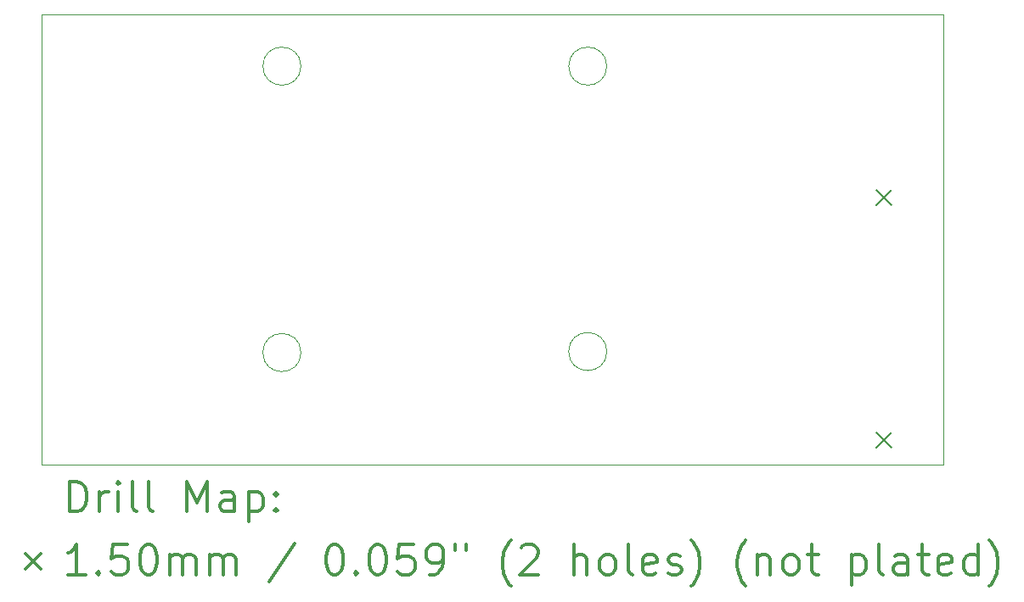
<source format=gbr>
%FSLAX45Y45*%
G04 Gerber Fmt 4.5, Leading zero omitted, Abs format (unit mm)*
G04 Created by KiCad (PCBNEW (5.1.0)-1) date 2020-03-21 00:26:59*
%MOMM*%
%LPD*%
G04 APERTURE LIST*
%ADD10C,0.050000*%
%ADD11C,0.200000*%
%ADD12C,0.300000*%
G04 APERTURE END LIST*
D10*
X19090000Y-4520000D02*
G75*
G03X19090000Y-4520000I-190000J0D01*
G01*
X19090000Y-7380000D02*
G75*
G03X19090000Y-7380000I-190000J0D01*
G01*
X22140000Y-7370000D02*
G75*
G03X22140000Y-7370000I-190000J0D01*
G01*
X22140000Y-4520000D02*
G75*
G03X22140000Y-4520000I-190000J0D01*
G01*
X16500000Y-8500000D02*
X16500000Y-4000000D01*
X25500000Y-8500000D02*
X16500000Y-8500000D01*
X25500000Y-4000000D02*
X25500000Y-8500000D01*
X16500000Y-4000000D02*
X25500000Y-4000000D01*
D11*
X24827700Y-5758000D02*
X24977700Y-5908000D01*
X24977700Y-5758000D02*
X24827700Y-5908000D01*
X24827700Y-8178000D02*
X24977700Y-8328000D01*
X24977700Y-8178000D02*
X24827700Y-8328000D01*
D12*
X16783928Y-8968214D02*
X16783928Y-8668214D01*
X16855357Y-8668214D01*
X16898214Y-8682500D01*
X16926786Y-8711072D01*
X16941071Y-8739643D01*
X16955357Y-8796786D01*
X16955357Y-8839643D01*
X16941071Y-8896786D01*
X16926786Y-8925357D01*
X16898214Y-8953929D01*
X16855357Y-8968214D01*
X16783928Y-8968214D01*
X17083928Y-8968214D02*
X17083928Y-8768214D01*
X17083928Y-8825357D02*
X17098214Y-8796786D01*
X17112500Y-8782500D01*
X17141071Y-8768214D01*
X17169643Y-8768214D01*
X17269643Y-8968214D02*
X17269643Y-8768214D01*
X17269643Y-8668214D02*
X17255357Y-8682500D01*
X17269643Y-8696786D01*
X17283928Y-8682500D01*
X17269643Y-8668214D01*
X17269643Y-8696786D01*
X17455357Y-8968214D02*
X17426786Y-8953929D01*
X17412500Y-8925357D01*
X17412500Y-8668214D01*
X17612500Y-8968214D02*
X17583928Y-8953929D01*
X17569643Y-8925357D01*
X17569643Y-8668214D01*
X17955357Y-8968214D02*
X17955357Y-8668214D01*
X18055357Y-8882500D01*
X18155357Y-8668214D01*
X18155357Y-8968214D01*
X18426786Y-8968214D02*
X18426786Y-8811072D01*
X18412500Y-8782500D01*
X18383928Y-8768214D01*
X18326786Y-8768214D01*
X18298214Y-8782500D01*
X18426786Y-8953929D02*
X18398214Y-8968214D01*
X18326786Y-8968214D01*
X18298214Y-8953929D01*
X18283928Y-8925357D01*
X18283928Y-8896786D01*
X18298214Y-8868214D01*
X18326786Y-8853929D01*
X18398214Y-8853929D01*
X18426786Y-8839643D01*
X18569643Y-8768214D02*
X18569643Y-9068214D01*
X18569643Y-8782500D02*
X18598214Y-8768214D01*
X18655357Y-8768214D01*
X18683928Y-8782500D01*
X18698214Y-8796786D01*
X18712500Y-8825357D01*
X18712500Y-8911072D01*
X18698214Y-8939643D01*
X18683928Y-8953929D01*
X18655357Y-8968214D01*
X18598214Y-8968214D01*
X18569643Y-8953929D01*
X18841071Y-8939643D02*
X18855357Y-8953929D01*
X18841071Y-8968214D01*
X18826786Y-8953929D01*
X18841071Y-8939643D01*
X18841071Y-8968214D01*
X18841071Y-8782500D02*
X18855357Y-8796786D01*
X18841071Y-8811072D01*
X18826786Y-8796786D01*
X18841071Y-8782500D01*
X18841071Y-8811072D01*
X16347500Y-9387500D02*
X16497500Y-9537500D01*
X16497500Y-9387500D02*
X16347500Y-9537500D01*
X16941071Y-9598214D02*
X16769643Y-9598214D01*
X16855357Y-9598214D02*
X16855357Y-9298214D01*
X16826786Y-9341072D01*
X16798214Y-9369643D01*
X16769643Y-9383929D01*
X17069643Y-9569643D02*
X17083928Y-9583929D01*
X17069643Y-9598214D01*
X17055357Y-9583929D01*
X17069643Y-9569643D01*
X17069643Y-9598214D01*
X17355357Y-9298214D02*
X17212500Y-9298214D01*
X17198214Y-9441072D01*
X17212500Y-9426786D01*
X17241071Y-9412500D01*
X17312500Y-9412500D01*
X17341071Y-9426786D01*
X17355357Y-9441072D01*
X17369643Y-9469643D01*
X17369643Y-9541072D01*
X17355357Y-9569643D01*
X17341071Y-9583929D01*
X17312500Y-9598214D01*
X17241071Y-9598214D01*
X17212500Y-9583929D01*
X17198214Y-9569643D01*
X17555357Y-9298214D02*
X17583928Y-9298214D01*
X17612500Y-9312500D01*
X17626786Y-9326786D01*
X17641071Y-9355357D01*
X17655357Y-9412500D01*
X17655357Y-9483929D01*
X17641071Y-9541072D01*
X17626786Y-9569643D01*
X17612500Y-9583929D01*
X17583928Y-9598214D01*
X17555357Y-9598214D01*
X17526786Y-9583929D01*
X17512500Y-9569643D01*
X17498214Y-9541072D01*
X17483928Y-9483929D01*
X17483928Y-9412500D01*
X17498214Y-9355357D01*
X17512500Y-9326786D01*
X17526786Y-9312500D01*
X17555357Y-9298214D01*
X17783928Y-9598214D02*
X17783928Y-9398214D01*
X17783928Y-9426786D02*
X17798214Y-9412500D01*
X17826786Y-9398214D01*
X17869643Y-9398214D01*
X17898214Y-9412500D01*
X17912500Y-9441072D01*
X17912500Y-9598214D01*
X17912500Y-9441072D02*
X17926786Y-9412500D01*
X17955357Y-9398214D01*
X17998214Y-9398214D01*
X18026786Y-9412500D01*
X18041071Y-9441072D01*
X18041071Y-9598214D01*
X18183928Y-9598214D02*
X18183928Y-9398214D01*
X18183928Y-9426786D02*
X18198214Y-9412500D01*
X18226786Y-9398214D01*
X18269643Y-9398214D01*
X18298214Y-9412500D01*
X18312500Y-9441072D01*
X18312500Y-9598214D01*
X18312500Y-9441072D02*
X18326786Y-9412500D01*
X18355357Y-9398214D01*
X18398214Y-9398214D01*
X18426786Y-9412500D01*
X18441071Y-9441072D01*
X18441071Y-9598214D01*
X19026786Y-9283929D02*
X18769643Y-9669643D01*
X19412500Y-9298214D02*
X19441071Y-9298214D01*
X19469643Y-9312500D01*
X19483928Y-9326786D01*
X19498214Y-9355357D01*
X19512500Y-9412500D01*
X19512500Y-9483929D01*
X19498214Y-9541072D01*
X19483928Y-9569643D01*
X19469643Y-9583929D01*
X19441071Y-9598214D01*
X19412500Y-9598214D01*
X19383928Y-9583929D01*
X19369643Y-9569643D01*
X19355357Y-9541072D01*
X19341071Y-9483929D01*
X19341071Y-9412500D01*
X19355357Y-9355357D01*
X19369643Y-9326786D01*
X19383928Y-9312500D01*
X19412500Y-9298214D01*
X19641071Y-9569643D02*
X19655357Y-9583929D01*
X19641071Y-9598214D01*
X19626786Y-9583929D01*
X19641071Y-9569643D01*
X19641071Y-9598214D01*
X19841071Y-9298214D02*
X19869643Y-9298214D01*
X19898214Y-9312500D01*
X19912500Y-9326786D01*
X19926786Y-9355357D01*
X19941071Y-9412500D01*
X19941071Y-9483929D01*
X19926786Y-9541072D01*
X19912500Y-9569643D01*
X19898214Y-9583929D01*
X19869643Y-9598214D01*
X19841071Y-9598214D01*
X19812500Y-9583929D01*
X19798214Y-9569643D01*
X19783928Y-9541072D01*
X19769643Y-9483929D01*
X19769643Y-9412500D01*
X19783928Y-9355357D01*
X19798214Y-9326786D01*
X19812500Y-9312500D01*
X19841071Y-9298214D01*
X20212500Y-9298214D02*
X20069643Y-9298214D01*
X20055357Y-9441072D01*
X20069643Y-9426786D01*
X20098214Y-9412500D01*
X20169643Y-9412500D01*
X20198214Y-9426786D01*
X20212500Y-9441072D01*
X20226786Y-9469643D01*
X20226786Y-9541072D01*
X20212500Y-9569643D01*
X20198214Y-9583929D01*
X20169643Y-9598214D01*
X20098214Y-9598214D01*
X20069643Y-9583929D01*
X20055357Y-9569643D01*
X20369643Y-9598214D02*
X20426786Y-9598214D01*
X20455357Y-9583929D01*
X20469643Y-9569643D01*
X20498214Y-9526786D01*
X20512500Y-9469643D01*
X20512500Y-9355357D01*
X20498214Y-9326786D01*
X20483928Y-9312500D01*
X20455357Y-9298214D01*
X20398214Y-9298214D01*
X20369643Y-9312500D01*
X20355357Y-9326786D01*
X20341071Y-9355357D01*
X20341071Y-9426786D01*
X20355357Y-9455357D01*
X20369643Y-9469643D01*
X20398214Y-9483929D01*
X20455357Y-9483929D01*
X20483928Y-9469643D01*
X20498214Y-9455357D01*
X20512500Y-9426786D01*
X20626786Y-9298214D02*
X20626786Y-9355357D01*
X20741071Y-9298214D02*
X20741071Y-9355357D01*
X21183928Y-9712500D02*
X21169643Y-9698214D01*
X21141071Y-9655357D01*
X21126786Y-9626786D01*
X21112500Y-9583929D01*
X21098214Y-9512500D01*
X21098214Y-9455357D01*
X21112500Y-9383929D01*
X21126786Y-9341072D01*
X21141071Y-9312500D01*
X21169643Y-9269643D01*
X21183928Y-9255357D01*
X21283928Y-9326786D02*
X21298214Y-9312500D01*
X21326786Y-9298214D01*
X21398214Y-9298214D01*
X21426786Y-9312500D01*
X21441071Y-9326786D01*
X21455357Y-9355357D01*
X21455357Y-9383929D01*
X21441071Y-9426786D01*
X21269643Y-9598214D01*
X21455357Y-9598214D01*
X21812500Y-9598214D02*
X21812500Y-9298214D01*
X21941071Y-9598214D02*
X21941071Y-9441072D01*
X21926786Y-9412500D01*
X21898214Y-9398214D01*
X21855357Y-9398214D01*
X21826786Y-9412500D01*
X21812500Y-9426786D01*
X22126786Y-9598214D02*
X22098214Y-9583929D01*
X22083928Y-9569643D01*
X22069643Y-9541072D01*
X22069643Y-9455357D01*
X22083928Y-9426786D01*
X22098214Y-9412500D01*
X22126786Y-9398214D01*
X22169643Y-9398214D01*
X22198214Y-9412500D01*
X22212500Y-9426786D01*
X22226786Y-9455357D01*
X22226786Y-9541072D01*
X22212500Y-9569643D01*
X22198214Y-9583929D01*
X22169643Y-9598214D01*
X22126786Y-9598214D01*
X22398214Y-9598214D02*
X22369643Y-9583929D01*
X22355357Y-9555357D01*
X22355357Y-9298214D01*
X22626786Y-9583929D02*
X22598214Y-9598214D01*
X22541071Y-9598214D01*
X22512500Y-9583929D01*
X22498214Y-9555357D01*
X22498214Y-9441072D01*
X22512500Y-9412500D01*
X22541071Y-9398214D01*
X22598214Y-9398214D01*
X22626786Y-9412500D01*
X22641071Y-9441072D01*
X22641071Y-9469643D01*
X22498214Y-9498214D01*
X22755357Y-9583929D02*
X22783928Y-9598214D01*
X22841071Y-9598214D01*
X22869643Y-9583929D01*
X22883928Y-9555357D01*
X22883928Y-9541072D01*
X22869643Y-9512500D01*
X22841071Y-9498214D01*
X22798214Y-9498214D01*
X22769643Y-9483929D01*
X22755357Y-9455357D01*
X22755357Y-9441072D01*
X22769643Y-9412500D01*
X22798214Y-9398214D01*
X22841071Y-9398214D01*
X22869643Y-9412500D01*
X22983928Y-9712500D02*
X22998214Y-9698214D01*
X23026786Y-9655357D01*
X23041071Y-9626786D01*
X23055357Y-9583929D01*
X23069643Y-9512500D01*
X23069643Y-9455357D01*
X23055357Y-9383929D01*
X23041071Y-9341072D01*
X23026786Y-9312500D01*
X22998214Y-9269643D01*
X22983928Y-9255357D01*
X23526786Y-9712500D02*
X23512500Y-9698214D01*
X23483928Y-9655357D01*
X23469643Y-9626786D01*
X23455357Y-9583929D01*
X23441071Y-9512500D01*
X23441071Y-9455357D01*
X23455357Y-9383929D01*
X23469643Y-9341072D01*
X23483928Y-9312500D01*
X23512500Y-9269643D01*
X23526786Y-9255357D01*
X23641071Y-9398214D02*
X23641071Y-9598214D01*
X23641071Y-9426786D02*
X23655357Y-9412500D01*
X23683928Y-9398214D01*
X23726786Y-9398214D01*
X23755357Y-9412500D01*
X23769643Y-9441072D01*
X23769643Y-9598214D01*
X23955357Y-9598214D02*
X23926786Y-9583929D01*
X23912500Y-9569643D01*
X23898214Y-9541072D01*
X23898214Y-9455357D01*
X23912500Y-9426786D01*
X23926786Y-9412500D01*
X23955357Y-9398214D01*
X23998214Y-9398214D01*
X24026786Y-9412500D01*
X24041071Y-9426786D01*
X24055357Y-9455357D01*
X24055357Y-9541072D01*
X24041071Y-9569643D01*
X24026786Y-9583929D01*
X23998214Y-9598214D01*
X23955357Y-9598214D01*
X24141071Y-9398214D02*
X24255357Y-9398214D01*
X24183928Y-9298214D02*
X24183928Y-9555357D01*
X24198214Y-9583929D01*
X24226786Y-9598214D01*
X24255357Y-9598214D01*
X24583928Y-9398214D02*
X24583928Y-9698214D01*
X24583928Y-9412500D02*
X24612500Y-9398214D01*
X24669643Y-9398214D01*
X24698214Y-9412500D01*
X24712500Y-9426786D01*
X24726786Y-9455357D01*
X24726786Y-9541072D01*
X24712500Y-9569643D01*
X24698214Y-9583929D01*
X24669643Y-9598214D01*
X24612500Y-9598214D01*
X24583928Y-9583929D01*
X24898214Y-9598214D02*
X24869643Y-9583929D01*
X24855357Y-9555357D01*
X24855357Y-9298214D01*
X25141071Y-9598214D02*
X25141071Y-9441072D01*
X25126786Y-9412500D01*
X25098214Y-9398214D01*
X25041071Y-9398214D01*
X25012500Y-9412500D01*
X25141071Y-9583929D02*
X25112500Y-9598214D01*
X25041071Y-9598214D01*
X25012500Y-9583929D01*
X24998214Y-9555357D01*
X24998214Y-9526786D01*
X25012500Y-9498214D01*
X25041071Y-9483929D01*
X25112500Y-9483929D01*
X25141071Y-9469643D01*
X25241071Y-9398214D02*
X25355357Y-9398214D01*
X25283928Y-9298214D02*
X25283928Y-9555357D01*
X25298214Y-9583929D01*
X25326786Y-9598214D01*
X25355357Y-9598214D01*
X25569643Y-9583929D02*
X25541071Y-9598214D01*
X25483928Y-9598214D01*
X25455357Y-9583929D01*
X25441071Y-9555357D01*
X25441071Y-9441072D01*
X25455357Y-9412500D01*
X25483928Y-9398214D01*
X25541071Y-9398214D01*
X25569643Y-9412500D01*
X25583928Y-9441072D01*
X25583928Y-9469643D01*
X25441071Y-9498214D01*
X25841071Y-9598214D02*
X25841071Y-9298214D01*
X25841071Y-9583929D02*
X25812500Y-9598214D01*
X25755357Y-9598214D01*
X25726786Y-9583929D01*
X25712500Y-9569643D01*
X25698214Y-9541072D01*
X25698214Y-9455357D01*
X25712500Y-9426786D01*
X25726786Y-9412500D01*
X25755357Y-9398214D01*
X25812500Y-9398214D01*
X25841071Y-9412500D01*
X25955357Y-9712500D02*
X25969643Y-9698214D01*
X25998214Y-9655357D01*
X26012500Y-9626786D01*
X26026786Y-9583929D01*
X26041071Y-9512500D01*
X26041071Y-9455357D01*
X26026786Y-9383929D01*
X26012500Y-9341072D01*
X25998214Y-9312500D01*
X25969643Y-9269643D01*
X25955357Y-9255357D01*
M02*

</source>
